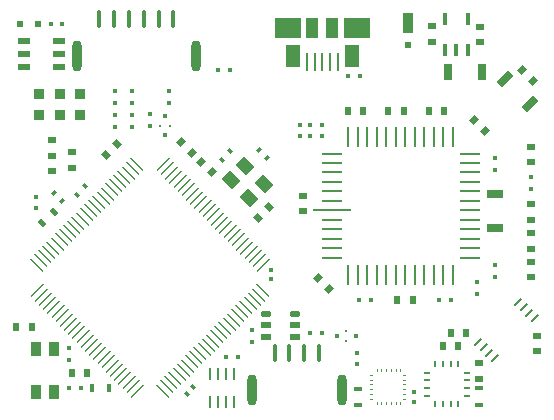
<source format=gtp>
%FSLAX44Y44*%
%MOMM*%
G71*
G01*
G75*
G04 Layer_Color=8421504*
G04:AMPARAMS|DCode=10|XSize=2.8194mm|YSize=1.016mm|CornerRadius=0.508mm|HoleSize=0mm|Usage=FLASHONLY|Rotation=90.000|XOffset=0mm|YOffset=0mm|HoleType=Round|Shape=RoundedRectangle|*
%AMROUNDEDRECTD10*
21,1,2.8194,0.0000,0,0,90.0*
21,1,1.8034,1.0160,0,0,90.0*
1,1,1.0160,0.0000,0.9017*
1,1,1.0160,0.0000,-0.9017*
1,1,1.0160,0.0000,-0.9017*
1,1,1.0160,0.0000,0.9017*
%
%ADD10ROUNDEDRECTD10*%
G04:AMPARAMS|DCode=11|XSize=0.6096mm|YSize=1.7018mm|CornerRadius=0.3048mm|HoleSize=0mm|Usage=FLASHONLY|Rotation=0.000|XOffset=0mm|YOffset=0mm|HoleType=Round|Shape=RoundedRectangle|*
%AMROUNDEDRECTD11*
21,1,0.6096,1.0922,0,0,0.0*
21,1,0.0000,1.7018,0,0,0.0*
1,1,0.6096,0.0000,-0.5461*
1,1,0.6096,0.0000,-0.5461*
1,1,0.6096,0.0000,0.5461*
1,1,0.6096,0.0000,0.5461*
%
%ADD11ROUNDEDRECTD11*%
G04:AMPARAMS|DCode=12|XSize=0.508mm|YSize=0.6096mm|CornerRadius=0mm|HoleSize=0mm|Usage=FLASHONLY|Rotation=45.000|XOffset=0mm|YOffset=0mm|HoleType=Round|Shape=Rectangle|*
%AMROTATEDRECTD12*
4,1,4,0.0359,-0.3951,-0.3951,0.0359,-0.0359,0.3951,0.3951,-0.0359,0.0359,-0.3951,0.0*
%
%ADD12ROTATEDRECTD12*%

G04:AMPARAMS|DCode=13|XSize=0.3mm|YSize=1.8mm|CornerRadius=0mm|HoleSize=0mm|Usage=FLASHONLY|Rotation=225.000|XOffset=0mm|YOffset=0mm|HoleType=Round|Shape=Round|*
%AMOVALD13*
21,1,1.5000,0.3000,0.0000,0.0000,315.0*
1,1,0.3000,-0.5303,0.5303*
1,1,0.3000,0.5303,-0.5303*
%
%ADD13OVALD13*%

G04:AMPARAMS|DCode=14|XSize=0.3mm|YSize=1.8mm|CornerRadius=0mm|HoleSize=0mm|Usage=FLASHONLY|Rotation=315.000|XOffset=0mm|YOffset=0mm|HoleType=Round|Shape=Round|*
%AMOVALD14*
21,1,1.5000,0.3000,0.0000,0.0000,45.0*
1,1,0.3000,-0.5303,-0.5303*
1,1,0.3000,0.5303,0.5303*
%
%ADD14OVALD14*%

%ADD15R,0.6096X0.5080*%
%ADD16R,0.5080X0.6096*%
G04:AMPARAMS|DCode=17|XSize=0.508mm|YSize=0.6096mm|CornerRadius=0.127mm|HoleSize=0mm|Usage=FLASHONLY|Rotation=225.000|XOffset=0mm|YOffset=0mm|HoleType=Round|Shape=RoundedRectangle|*
%AMROUNDEDRECTD17*
21,1,0.5080,0.3556,0,0,225.0*
21,1,0.2540,0.6096,0,0,225.0*
1,1,0.2540,-0.2155,0.0359*
1,1,0.2540,-0.0359,0.2155*
1,1,0.2540,0.2155,-0.0359*
1,1,0.2540,0.0359,-0.2155*
%
%ADD17ROUNDEDRECTD17*%
%ADD18R,0.4318X1.3208*%
G04:AMPARAMS|DCode=19|XSize=0.6096mm|YSize=0.9144mm|CornerRadius=0.1524mm|HoleSize=0mm|Usage=FLASHONLY|Rotation=270.000|XOffset=0mm|YOffset=0mm|HoleType=Round|Shape=RoundedRectangle|*
%AMROUNDEDRECTD19*
21,1,0.6096,0.6096,0,0,270.0*
21,1,0.3048,0.9144,0,0,270.0*
1,1,0.3048,-0.3048,-0.1524*
1,1,0.3048,-0.3048,0.1524*
1,1,0.3048,0.3048,0.1524*
1,1,0.3048,0.3048,-0.1524*
%
%ADD19ROUNDEDRECTD19*%
G04:AMPARAMS|DCode=20|XSize=0.508mm|YSize=0.6096mm|CornerRadius=0.127mm|HoleSize=0mm|Usage=FLASHONLY|Rotation=90.000|XOffset=0mm|YOffset=0mm|HoleType=Round|Shape=RoundedRectangle|*
%AMROUNDEDRECTD20*
21,1,0.5080,0.3556,0,0,90.0*
21,1,0.2540,0.6096,0,0,90.0*
1,1,0.2540,0.1778,0.1270*
1,1,0.2540,0.1778,-0.1270*
1,1,0.2540,-0.1778,-0.1270*
1,1,0.2540,-0.1778,0.1270*
%
%ADD20ROUNDEDRECTD20*%
G04:AMPARAMS|DCode=21|XSize=0.4572mm|YSize=0.2286mm|CornerRadius=0.0572mm|HoleSize=0mm|Usage=FLASHONLY|Rotation=180.000|XOffset=0mm|YOffset=0mm|HoleType=Round|Shape=RoundedRectangle|*
%AMROUNDEDRECTD21*
21,1,0.4572,0.1143,0,0,180.0*
21,1,0.3429,0.2286,0,0,180.0*
1,1,0.1143,-0.1714,0.0572*
1,1,0.1143,0.1714,0.0572*
1,1,0.1143,0.1714,-0.0572*
1,1,0.1143,-0.1714,-0.0572*
%
%ADD21ROUNDEDRECTD21*%
G04:AMPARAMS|DCode=22|XSize=0.4572mm|YSize=0.2286mm|CornerRadius=0.0572mm|HoleSize=0mm|Usage=FLASHONLY|Rotation=90.000|XOffset=0mm|YOffset=0mm|HoleType=Round|Shape=RoundedRectangle|*
%AMROUNDEDRECTD22*
21,1,0.4572,0.1143,0,0,90.0*
21,1,0.3429,0.2286,0,0,90.0*
1,1,0.1143,0.0572,0.1714*
1,1,0.1143,0.0572,-0.1714*
1,1,0.1143,-0.0572,-0.1714*
1,1,0.1143,-0.0572,0.1714*
%
%ADD22ROUNDEDRECTD22*%
%ADD23R,0.9144X1.6002*%
G04:AMPARAMS|DCode=24|XSize=0.9144mm|YSize=1.6002mm|CornerRadius=0mm|HoleSize=0mm|Usage=FLASHONLY|Rotation=315.000|XOffset=0mm|YOffset=0mm|HoleType=Round|Shape=Rectangle|*
%AMROTATEDRECTD24*
4,1,4,-0.8891,-0.2425,0.2425,0.8891,0.8891,0.2425,-0.2425,-0.8891,-0.8891,-0.2425,0.0*
%
%ADD24ROTATEDRECTD24*%

%ADD25R,0.4064X0.4064*%
%ADD26R,0.6096X0.6096*%
%ADD27R,0.4572X1.7018*%
%ADD28R,0.4064X0.4064*%
%ADD29R,0.6096X0.6096*%
G04:AMPARAMS|DCode=30|XSize=1.4224mm|YSize=1.2192mm|CornerRadius=0mm|HoleSize=0mm|Usage=FLASHONLY|Rotation=315.019|XOffset=0mm|YOffset=0mm|HoleType=Round|Shape=Rectangle|*
%AMROTATEDRECTD30*
4,1,4,-0.9340,0.0715,-0.0722,0.9339,0.9340,-0.0715,0.0722,-0.9339,-0.9340,0.0715,0.0*
%
%ADD30ROTATEDRECTD30*%

%ADD31R,0.8128X0.8128*%
%ADD32R,1.1176X2.0066*%
%ADD33R,0.9144X0.7112*%
G04:AMPARAMS|DCode=34|XSize=0.7112mm|YSize=0.9144mm|CornerRadius=0.1778mm|HoleSize=0mm|Usage=FLASHONLY|Rotation=90.000|XOffset=0mm|YOffset=0mm|HoleType=Round|Shape=RoundedRectangle|*
%AMROUNDEDRECTD34*
21,1,0.7112,0.5588,0,0,90.0*
21,1,0.3556,0.9144,0,0,90.0*
1,1,0.3556,0.2794,0.1778*
1,1,0.3556,0.2794,-0.1778*
1,1,0.3556,-0.2794,-0.1778*
1,1,0.3556,-0.2794,0.1778*
%
%ADD34ROUNDEDRECTD34*%
G04:AMPARAMS|DCode=35|XSize=0.508mm|YSize=0.6096mm|CornerRadius=0mm|HoleSize=0mm|Usage=FLASHONLY|Rotation=270.010|XOffset=0mm|YOffset=0mm|HoleType=Round|Shape=Rectangle|*
%AMROTATEDRECTD35*
4,1,4,-0.3048,0.2540,0.3048,0.2541,0.3048,-0.2540,-0.3048,-0.2541,-0.3048,0.2540,0.0*
%
%ADD35ROTATEDRECTD35*%

G04:AMPARAMS|DCode=36|XSize=0.4064mm|YSize=1.0414mm|CornerRadius=0mm|HoleSize=0mm|Usage=FLASHONLY|Rotation=135.009|XOffset=0mm|YOffset=0mm|HoleType=Round|Shape=Rectangle|*
%AMROTATEDRECTD36*
4,1,4,0.5118,0.2246,-0.2244,-0.5119,-0.5118,-0.2246,0.2244,0.5119,0.5118,0.2246,0.0*
%
%ADD36ROTATEDRECTD36*%

G04:AMPARAMS|DCode=37|XSize=0.7112mm|YSize=0.9144mm|CornerRadius=0mm|HoleSize=0mm|Usage=FLASHONLY|Rotation=0.002|XOffset=0mm|YOffset=0mm|HoleType=Round|Shape=Rectangle|*
%AMROTATEDRECTD37*
4,1,4,-0.3556,-0.4572,-0.3556,0.4572,0.3556,0.4572,0.3556,-0.4572,-0.3556,-0.4572,0.0*
%
%ADD37ROTATEDRECTD37*%

%ADD38P,1.1495X4X315.0*%
G04:AMPARAMS|DCode=39|XSize=0.6604mm|YSize=0.3048mm|CornerRadius=0mm|HoleSize=0mm|Usage=FLASHONLY|Rotation=270.002|XOffset=0mm|YOffset=0mm|HoleType=Round|Shape=Rectangle|*
%AMROTATEDRECTD39*
4,1,4,-0.1524,0.3302,0.1524,0.3302,0.1524,-0.3302,-0.1524,-0.3302,-0.1524,0.3302,0.0*
%
%ADD39ROTATEDRECTD39*%

G04:AMPARAMS|DCode=40|XSize=0.6604mm|YSize=0.3048mm|CornerRadius=0mm|HoleSize=0mm|Usage=FLASHONLY|Rotation=180.002|XOffset=0mm|YOffset=0mm|HoleType=Round|Shape=Rectangle|*
%AMROTATEDRECTD40*
4,1,4,0.3302,0.1524,0.3302,-0.1524,-0.3302,-0.1524,-0.3302,0.1524,0.3302,0.1524,0.0*
%
%ADD40ROTATEDRECTD40*%

G04:AMPARAMS|DCode=41|XSize=0.7112mm|YSize=1.016mm|CornerRadius=0mm|HoleSize=0mm|Usage=FLASHONLY|Rotation=90.010|XOffset=0mm|YOffset=0mm|HoleType=Round|Shape=Rectangle|*
%AMROTATEDRECTD41*
4,1,4,0.5081,-0.3555,-0.5079,-0.3557,-0.5081,0.3555,0.5079,0.3557,0.5081,-0.3555,0.0*
%
%ADD41ROTATEDRECTD41*%

G04:AMPARAMS|DCode=42|XSize=0.7112mm|YSize=1.016mm|CornerRadius=0.1778mm|HoleSize=0mm|Usage=FLASHONLY|Rotation=90.010|XOffset=0mm|YOffset=0mm|HoleType=Round|Shape=RoundedRectangle|*
%AMROUNDEDRECTD42*
21,1,0.7112,0.6604,0,0,90.0*
21,1,0.3556,1.0160,0,0,90.0*
1,1,0.3556,0.3302,0.1779*
1,1,0.3556,0.3302,-0.1777*
1,1,0.3556,-0.3302,-0.1779*
1,1,0.3556,-0.3302,0.1777*
%
%ADD42ROUNDEDRECTD42*%
%ADD43R,0.4318X2.0066*%
%ADD44R,2.0066X0.4318*%
%ADD45R,3.5052X0.4318*%
G04:AMPARAMS|DCode=46|XSize=0.7112mm|YSize=0.9144mm|CornerRadius=0mm|HoleSize=0mm|Usage=FLASHONLY|Rotation=135.009|XOffset=0mm|YOffset=0mm|HoleType=Round|Shape=Rectangle|*
%AMROTATEDRECTD46*
4,1,4,0.5747,0.0719,-0.0717,-0.5747,-0.5747,-0.0719,0.0717,0.5747,0.5747,0.0719,0.0*
%
%ADD46ROTATEDRECTD46*%

G04:AMPARAMS|DCode=47|XSize=0.508mm|YSize=0.6096mm|CornerRadius=0mm|HoleSize=0mm|Usage=FLASHONLY|Rotation=0.002|XOffset=0mm|YOffset=0mm|HoleType=Round|Shape=Rectangle|*
%AMROTATEDRECTD47*
4,1,4,-0.2540,-0.3048,-0.2540,0.3048,0.2540,0.3048,0.2540,-0.3048,-0.2540,-0.3048,0.0*
%
%ADD47ROTATEDRECTD47*%

G04:AMPARAMS|DCode=48|XSize=0.6096mm|YSize=0.9144mm|CornerRadius=0.1524mm|HoleSize=0mm|Usage=FLASHONLY|Rotation=180.000|XOffset=0mm|YOffset=0mm|HoleType=Round|Shape=RoundedRectangle|*
%AMROUNDEDRECTD48*
21,1,0.6096,0.6096,0,0,180.0*
21,1,0.3048,0.9144,0,0,180.0*
1,1,0.3048,-0.1524,0.3048*
1,1,0.3048,0.1524,0.3048*
1,1,0.3048,0.1524,-0.3048*
1,1,0.3048,-0.1524,-0.3048*
%
%ADD48ROUNDEDRECTD48*%
G04:AMPARAMS|DCode=49|XSize=0.6096mm|YSize=0.9144mm|CornerRadius=0.1524mm|HoleSize=0mm|Usage=FLASHONLY|Rotation=45.000|XOffset=0mm|YOffset=0mm|HoleType=Round|Shape=RoundedRectangle|*
%AMROUNDEDRECTD49*
21,1,0.6096,0.6096,0,0,45.0*
21,1,0.3048,0.9144,0,0,45.0*
1,1,0.3048,0.3233,-0.1078*
1,1,0.3048,0.1078,-0.3233*
1,1,0.3048,-0.3233,0.1078*
1,1,0.3048,-0.1078,0.3233*
%
%ADD49ROUNDEDRECTD49*%
G04:AMPARAMS|DCode=50|XSize=0.7112mm|YSize=0.9144mm|CornerRadius=0mm|HoleSize=0mm|Usage=FLASHONLY|Rotation=45.011|XOffset=0mm|YOffset=0mm|HoleType=Round|Shape=Rectangle|*
%AMROTATEDRECTD50*
4,1,4,0.0720,-0.5747,-0.5747,0.0717,-0.0720,0.5747,0.5747,-0.0717,0.0720,-0.5747,0.0*
%
%ADD50ROTATEDRECTD50*%

G04:AMPARAMS|DCode=51|XSize=0.7112mm|YSize=0.9144mm|CornerRadius=0mm|HoleSize=0mm|Usage=FLASHONLY|Rotation=0.010|XOffset=0mm|YOffset=0mm|HoleType=Round|Shape=Rectangle|*
%AMROTATEDRECTD51*
4,1,4,-0.3555,-0.4573,-0.3557,0.4571,0.3555,0.4573,0.3557,-0.4571,-0.3555,-0.4573,0.0*
%
%ADD51ROTATEDRECTD51*%

G04:AMPARAMS|DCode=52|XSize=1.4224mm|YSize=1.0668mm|CornerRadius=0mm|HoleSize=0mm|Usage=FLASHONLY|Rotation=270.010|XOffset=0mm|YOffset=0mm|HoleType=Round|Shape=Rectangle|*
%AMROTATEDRECTD52*
4,1,4,-0.5335,0.7111,0.5333,0.7113,0.5335,-0.7111,-0.5333,-0.7113,-0.5335,0.7111,0.0*
%
%ADD52ROTATEDRECTD52*%

G04:AMPARAMS|DCode=53|XSize=0.7112mm|YSize=0.9144mm|CornerRadius=0mm|HoleSize=0mm|Usage=FLASHONLY|Rotation=90.010|XOffset=0mm|YOffset=0mm|HoleType=Round|Shape=Rectangle|*
%AMROTATEDRECTD53*
4,1,4,0.4573,-0.3555,-0.4571,-0.3557,-0.4573,0.3555,0.4571,0.3557,0.4573,-0.3555,0.0*
%
%ADD53ROTATEDRECTD53*%

G04:AMPARAMS|DCode=54|XSize=0.508mm|YSize=0.6096mm|CornerRadius=0mm|HoleSize=0mm|Usage=FLASHONLY|Rotation=135.000|XOffset=0mm|YOffset=0mm|HoleType=Round|Shape=Rectangle|*
%AMROTATEDRECTD54*
4,1,4,0.3951,0.0359,-0.0359,-0.3951,-0.3951,-0.0359,0.0359,0.3951,0.3951,0.0359,0.0*
%
%ADD54ROTATEDRECTD54*%

G04:AMPARAMS|DCode=55|XSize=0.5588mm|YSize=1.2192mm|CornerRadius=0.1397mm|HoleSize=0mm|Usage=FLASHONLY|Rotation=0.002|XOffset=0mm|YOffset=0mm|HoleType=Round|Shape=RoundedRectangle|*
%AMROUNDEDRECTD55*
21,1,0.5588,0.9398,0,0,0.0*
21,1,0.2794,1.2192,0,0,0.0*
1,1,0.2794,0.1397,-0.4699*
1,1,0.2794,-0.1397,-0.4699*
1,1,0.2794,-0.1397,0.4699*
1,1,0.2794,0.1397,0.4699*
%
%ADD55ROUNDEDRECTD55*%
G04:AMPARAMS|DCode=56|XSize=0.5588mm|YSize=1.2192mm|CornerRadius=0mm|HoleSize=0mm|Usage=FLASHONLY|Rotation=0.002|XOffset=0mm|YOffset=0mm|HoleType=Round|Shape=Rectangle|*
%AMROTATEDRECTD56*
4,1,4,-0.2794,-0.6096,-0.2794,0.6096,0.2794,0.6096,0.2794,-0.6096,-0.2794,-0.6096,0.0*
%
%ADD56ROTATEDRECTD56*%

G04:AMPARAMS|DCode=57|XSize=0.508mm|YSize=0.6096mm|CornerRadius=0mm|HoleSize=0mm|Usage=FLASHONLY|Rotation=135.009|XOffset=0mm|YOffset=0mm|HoleType=Round|Shape=Rectangle|*
%AMROTATEDRECTD57*
4,1,4,0.3951,0.0360,-0.0359,-0.3951,-0.3951,-0.0360,0.0359,0.3951,0.3951,0.0360,0.0*
%
%ADD57ROTATEDRECTD57*%

%ADD58R,1.4986X2.1082*%
%ADD59R,2.3876X1.9050*%
%ADD60R,1.1938X1.9050*%
%ADD61R,1.0160X1.1176*%
%ADD62R,1.3208X0.7112*%
%ADD63R,1.6002X0.9144*%
%ADD64C,0.1270*%
%ADD65C,0.3000*%
%ADD66C,0.5000*%
%ADD67C,0.7000*%
%ADD68C,0.2540*%
%ADD69C,0.3810*%
%ADD70O,2.5400X7.0000*%
%ADD71C,1.5000*%
%ADD72R,1.5000X1.5000*%
%ADD73C,4.1148*%
%ADD74C,4.6863*%
%ADD75R,1.2192X1.2192*%
%ADD76C,1.2192*%
%ADD77C,3.0861*%
%ADD78C,2.0860*%
G04:AMPARAMS|DCode=79|XSize=1.5mm|YSize=1mm|CornerRadius=0.25mm|HoleSize=0mm|Usage=FLASHONLY|Rotation=180.000|XOffset=0mm|YOffset=0mm|HoleType=Round|Shape=RoundedRectangle|*
%AMROUNDEDRECTD79*
21,1,1.5000,0.5000,0,0,180.0*
21,1,1.0000,1.0000,0,0,180.0*
1,1,0.5000,-0.5000,0.2500*
1,1,0.5000,0.5000,0.2500*
1,1,0.5000,0.5000,-0.2500*
1,1,0.5000,-0.5000,-0.2500*
%
%ADD79ROUNDEDRECTD79*%
%ADD80C,0.4500*%
%ADD81O,3.0000X9.0000*%
%ADD82R,0.7366X2.5000*%
%ADD83R,0.7366X2.7940*%
G04:AMPARAMS|DCode=84|XSize=1.016mm|YSize=1.016mm|CornerRadius=0.508mm|HoleSize=0mm|Usage=FLASHONLY|Rotation=90.000|XOffset=0mm|YOffset=0mm|HoleType=Round|Shape=RoundedRectangle|*
%AMROUNDEDRECTD84*
21,1,1.0160,0.0000,0,0,90.0*
21,1,0.0000,1.0160,0,0,90.0*
1,1,1.0160,0.0000,0.0000*
1,1,1.0160,0.0000,0.0000*
1,1,1.0160,0.0000,0.0000*
1,1,1.0160,0.0000,0.0000*
%
%ADD84ROUNDEDRECTD84*%
G04:AMPARAMS|DCode=85|XSize=1.27mm|YSize=1.27mm|CornerRadius=0.635mm|HoleSize=0mm|Usage=FLASHONLY|Rotation=90.000|XOffset=0mm|YOffset=0mm|HoleType=Round|Shape=RoundedRectangle|*
%AMROUNDEDRECTD85*
21,1,1.2700,0.0000,0,0,90.0*
21,1,0.0000,1.2700,0,0,90.0*
1,1,1.2700,0.0000,0.0000*
1,1,1.2700,0.0000,0.0000*
1,1,1.2700,0.0000,0.0000*
1,1,1.2700,0.0000,0.0000*
%
%ADD85ROUNDEDRECTD85*%
%ADD86C,0.0127*%
%ADD87C,0.6000*%
%ADD88C,0.2500*%
%ADD89C,0.1016*%
%ADD90C,0.3048*%
%ADD91C,0.2032*%
%ADD92C,0.0000*%
%ADD93C,0.0130*%
%ADD94C,0.2000*%
%ADD95C,0.1524*%
%ADD96C,0.5080*%
%ADD97C,1.6002*%
%ADD98C,0.4064*%
%ADD99R,0.0124X0.0218*%
%ADD100R,0.0232X0.0193*%
%ADD101R,0.0122X0.1005*%
%ADD102R,0.0225X0.1053*%
%ADD103R,1.3257X0.0530*%
%ADD104R,0.0055X0.0608*%
%ADD105R,0.7226X0.1174*%
%ADD106R,0.0406X0.0331*%
%ADD107R,0.0126X0.0144*%
%ADD108R,0.0245X0.0060*%
%ADD109R,0.0323X0.0218*%
%ADD110R,0.0323X0.0207*%
%ADD111R,0.0082X0.0146*%
%ADD112R,0.0254X0.0212*%
%ADD113R,0.0044X0.0416*%
%ADD114R,0.0337X0.0459*%
%ADD115R,0.0049X0.0274*%
%ADD116R,0.0497X0.0384*%
%ADD117R,0.0472X0.0218*%
%ADD118R,0.0427X0.0300*%
%ADD119R,0.0572X0.0286*%
%ADD120R,0.0335X0.0872*%
%ADD121R,0.0398X0.0221*%
%ADD122R,0.0732X0.0568*%
%ADD123R,0.0288X0.0181*%
%ADD124R,0.0393X0.0104*%
%ADD125R,0.0484X0.0328*%
%ADD126R,0.0541X0.0809*%
%ADD127R,0.0479X0.0922*%
%ADD128R,0.0304X0.0082*%
%ADD129R,0.0294X0.1092*%
%ADD130R,0.0278X0.0228*%
%ADD131R,0.0168X0.0271*%
%ADD132R,0.0227X0.0739*%
%ADD133R,0.0521X0.0883*%
%ADD134R,0.0356X0.1063*%
%ADD135R,0.0039X0.0299*%
%ADD136R,0.0735X0.0567*%
%ADD137R,0.0876X0.0324*%
%ADD138R,0.1143X0.0771*%
%ADD139R,0.0019X0.0732*%
%ADD140R,0.0077X0.0288*%
%ADD141R,0.0432X0.0393*%
%ADD142R,0.0587X0.0587*%
%ADD143R,0.1174X0.0587*%
%ADD144R,0.7209X0.1174*%
%ADD145R,0.1154X0.0734*%
%ADD146R,0.1174X0.5264*%
%ADD147R,0.7193X0.1174*%
%ADD148R,0.1174X0.5264*%
G04:AMPARAMS|DCode=149|XSize=0.1524mm|YSize=0.6048mm|CornerRadius=0mm|HoleSize=0mm|Usage=FLASHONLY|Rotation=45.000|XOffset=0mm|YOffset=0mm|HoleType=Round|Shape=Rectangle|*
%AMROTATEDRECTD149*
4,1,4,0.1600,-0.2677,-0.2677,0.1600,-0.1600,0.2677,0.2677,-0.1600,0.1600,-0.2677,0.0*
%
%ADD149ROTATEDRECTD149*%

%ADD150R,0.6048X0.1524*%
%ADD151R,0.1524X0.6048*%
G04:AMPARAMS|DCode=152|XSize=0.1524mm|YSize=0.6048mm|CornerRadius=0mm|HoleSize=0mm|Usage=FLASHONLY|Rotation=270.010|XOffset=0mm|YOffset=0mm|HoleType=Round|Shape=Rectangle|*
%AMROTATEDRECTD152*
4,1,4,-0.3024,0.0762,0.3024,0.0763,0.3024,-0.0762,-0.3024,-0.0763,-0.3024,0.0762,0.0*
%
%ADD152ROTATEDRECTD152*%

G04:AMPARAMS|DCode=153|XSize=0.1524mm|YSize=0.6048mm|CornerRadius=0mm|HoleSize=0mm|Usage=FLASHONLY|Rotation=0.002|XOffset=0mm|YOffset=0mm|HoleType=Round|Shape=Rectangle|*
%AMROTATEDRECTD153*
4,1,4,-0.0762,-0.3024,-0.0762,0.3024,0.0762,0.3024,0.0762,-0.3024,-0.0762,-0.3024,0.0*
%
%ADD153ROTATEDRECTD153*%

%ADD154R,0.7112X0.4064*%
G04:AMPARAMS|DCode=155|XSize=0.1524mm|YSize=0.6048mm|CornerRadius=0mm|HoleSize=0mm|Usage=FLASHONLY|Rotation=135.000|XOffset=0mm|YOffset=0mm|HoleType=Round|Shape=Rectangle|*
%AMROTATEDRECTD155*
4,1,4,0.2677,0.1600,-0.1600,-0.2677,-0.2677,-0.1600,0.1600,0.2677,0.2677,0.1600,0.0*
%
%ADD155ROTATEDRECTD155*%

%ADD156R,0.7620X0.4572*%
G04:AMPARAMS|DCode=157|XSize=2.6162mm|YSize=0.8128mm|CornerRadius=0.4064mm|HoleSize=0mm|Usage=FLASHONLY|Rotation=90.000|XOffset=0mm|YOffset=0mm|HoleType=Round|Shape=RoundedRectangle|*
%AMROUNDEDRECTD157*
21,1,2.6162,0.0000,0,0,90.0*
21,1,1.8034,0.8128,0,0,90.0*
1,1,0.8128,0.0000,0.9017*
1,1,0.8128,0.0000,-0.9017*
1,1,0.8128,0.0000,-0.9017*
1,1,0.8128,0.0000,0.9017*
%
%ADD157ROUNDEDRECTD157*%
G04:AMPARAMS|DCode=158|XSize=0.4064mm|YSize=1.4986mm|CornerRadius=0.2032mm|HoleSize=0mm|Usage=FLASHONLY|Rotation=0.000|XOffset=0mm|YOffset=0mm|HoleType=Round|Shape=RoundedRectangle|*
%AMROUNDEDRECTD158*
21,1,0.4064,1.0922,0,0,0.0*
21,1,0.0000,1.4986,0,0,0.0*
1,1,0.4064,0.0000,-0.5461*
1,1,0.4064,0.0000,-0.5461*
1,1,0.4064,0.0000,0.5461*
1,1,0.4064,0.0000,0.5461*
%
%ADD158ROUNDEDRECTD158*%
G04:AMPARAMS|DCode=159|XSize=0.3048mm|YSize=0.4064mm|CornerRadius=0mm|HoleSize=0mm|Usage=FLASHONLY|Rotation=45.000|XOffset=0mm|YOffset=0mm|HoleType=Round|Shape=Rectangle|*
%AMROTATEDRECTD159*
4,1,4,0.0359,-0.2515,-0.2515,0.0359,-0.0359,0.2515,0.2515,-0.0359,0.0359,-0.2515,0.0*
%
%ADD159ROTATEDRECTD159*%

G04:AMPARAMS|DCode=160|XSize=0.0968mm|YSize=1.5968mm|CornerRadius=0mm|HoleSize=0mm|Usage=FLASHONLY|Rotation=225.000|XOffset=0mm|YOffset=0mm|HoleType=Round|Shape=Round|*
%AMOVALD160*
21,1,1.5000,0.0968,0.0000,0.0000,315.0*
1,1,0.0968,-0.5303,0.5303*
1,1,0.0968,0.5303,-0.5303*
%
%ADD160OVALD160*%

G04:AMPARAMS|DCode=161|XSize=0.0968mm|YSize=1.5968mm|CornerRadius=0mm|HoleSize=0mm|Usage=FLASHONLY|Rotation=315.000|XOffset=0mm|YOffset=0mm|HoleType=Round|Shape=Round|*
%AMOVALD161*
21,1,1.5000,0.0968,0.0000,0.0000,45.0*
1,1,0.0968,-0.5303,-0.5303*
1,1,0.0968,0.5303,0.5303*
%
%ADD161OVALD161*%

%ADD162R,0.4064X0.3048*%
%ADD163R,0.3048X0.4064*%
G04:AMPARAMS|DCode=164|XSize=0.3048mm|YSize=0.4064mm|CornerRadius=0.0254mm|HoleSize=0mm|Usage=FLASHONLY|Rotation=225.000|XOffset=0mm|YOffset=0mm|HoleType=Round|Shape=RoundedRectangle|*
%AMROUNDEDRECTD164*
21,1,0.3048,0.3556,0,0,225.0*
21,1,0.2540,0.4064,0,0,225.0*
1,1,0.0508,-0.2155,0.0359*
1,1,0.0508,-0.0359,0.2155*
1,1,0.0508,0.2155,-0.0359*
1,1,0.0508,0.0359,-0.2155*
%
%ADD164ROUNDEDRECTD164*%
%ADD165R,0.2286X1.1176*%
G04:AMPARAMS|DCode=166|XSize=0.4064mm|YSize=0.7112mm|CornerRadius=0.0508mm|HoleSize=0mm|Usage=FLASHONLY|Rotation=270.000|XOffset=0mm|YOffset=0mm|HoleType=Round|Shape=RoundedRectangle|*
%AMROUNDEDRECTD166*
21,1,0.4064,0.6096,0,0,270.0*
21,1,0.3048,0.7112,0,0,270.0*
1,1,0.1016,-0.3048,-0.1524*
1,1,0.1016,-0.3048,0.1524*
1,1,0.1016,0.3048,0.1524*
1,1,0.1016,0.3048,-0.1524*
%
%ADD166ROUNDEDRECTD166*%
G04:AMPARAMS|DCode=167|XSize=0.3048mm|YSize=0.4064mm|CornerRadius=0.0254mm|HoleSize=0mm|Usage=FLASHONLY|Rotation=90.000|XOffset=0mm|YOffset=0mm|HoleType=Round|Shape=RoundedRectangle|*
%AMROUNDEDRECTD167*
21,1,0.3048,0.3556,0,0,90.0*
21,1,0.2540,0.4064,0,0,90.0*
1,1,0.0508,0.1778,0.1270*
1,1,0.0508,0.1778,-0.1270*
1,1,0.0508,-0.1778,-0.1270*
1,1,0.0508,-0.1778,0.1270*
%
%ADD167ROUNDEDRECTD167*%
G04:AMPARAMS|DCode=168|XSize=0.254mm|YSize=0.0254mm|CornerRadius=0mm|HoleSize=0mm|Usage=FLASHONLY|Rotation=180.000|XOffset=0mm|YOffset=0mm|HoleType=Round|Shape=RoundedRectangle|*
%AMROUNDEDRECTD168*
21,1,0.2540,0.0254,0,0,180.0*
21,1,0.2540,0.0254,0,0,180.0*
1,1,0.0000,-0.1270,0.0127*
1,1,0.0000,0.1270,0.0127*
1,1,0.0000,0.1270,-0.0127*
1,1,0.0000,-0.1270,-0.0127*
%
%ADD168ROUNDEDRECTD168*%
G04:AMPARAMS|DCode=169|XSize=0.254mm|YSize=0.0254mm|CornerRadius=0mm|HoleSize=0mm|Usage=FLASHONLY|Rotation=90.000|XOffset=0mm|YOffset=0mm|HoleType=Round|Shape=RoundedRectangle|*
%AMROUNDEDRECTD169*
21,1,0.2540,0.0254,0,0,90.0*
21,1,0.2540,0.0254,0,0,90.0*
1,1,0.0000,0.0127,0.1270*
1,1,0.0000,0.0127,-0.1270*
1,1,0.0000,-0.0127,-0.1270*
1,1,0.0000,-0.0127,0.1270*
%
%ADD169ROUNDEDRECTD169*%
%ADD170R,0.7112X1.3970*%
G04:AMPARAMS|DCode=171|XSize=0.7112mm|YSize=1.397mm|CornerRadius=0mm|HoleSize=0mm|Usage=FLASHONLY|Rotation=315.000|XOffset=0mm|YOffset=0mm|HoleType=Round|Shape=Rectangle|*
%AMROTATEDRECTD171*
4,1,4,-0.7454,-0.2425,0.2425,0.7454,0.7454,0.2425,-0.2425,-0.7454,-0.7454,-0.2425,0.0*
%
%ADD171ROTATEDRECTD171*%

%ADD172R,0.2032X0.2032*%
%ADD173R,0.2540X1.4986*%
%ADD174R,0.2032X0.2032*%
G04:AMPARAMS|DCode=175|XSize=1.2192mm|YSize=1.016mm|CornerRadius=0mm|HoleSize=0mm|Usage=FLASHONLY|Rotation=315.019|XOffset=0mm|YOffset=0mm|HoleType=Round|Shape=Rectangle|*
%AMROTATEDRECTD175*
4,1,4,-0.7903,0.0716,-0.0721,0.7902,0.7903,-0.0716,0.0721,-0.7902,-0.7903,0.0716,0.0*
%
%ADD175ROTATEDRECTD175*%

%ADD176R,0.9144X1.8034*%
%ADD177R,0.7112X0.5080*%
G04:AMPARAMS|DCode=178|XSize=0.508mm|YSize=0.7112mm|CornerRadius=0.0762mm|HoleSize=0mm|Usage=FLASHONLY|Rotation=90.000|XOffset=0mm|YOffset=0mm|HoleType=Round|Shape=RoundedRectangle|*
%AMROUNDEDRECTD178*
21,1,0.5080,0.5588,0,0,90.0*
21,1,0.3556,0.7112,0,0,90.0*
1,1,0.1524,0.2794,0.1778*
1,1,0.1524,0.2794,-0.1778*
1,1,0.1524,-0.2794,-0.1778*
1,1,0.1524,-0.2794,0.1778*
%
%ADD178ROUNDEDRECTD178*%
G04:AMPARAMS|DCode=179|XSize=0.3048mm|YSize=0.4064mm|CornerRadius=0mm|HoleSize=0mm|Usage=FLASHONLY|Rotation=270.010|XOffset=0mm|YOffset=0mm|HoleType=Round|Shape=Rectangle|*
%AMROTATEDRECTD179*
4,1,4,-0.2032,0.1524,0.2032,0.1524,0.2032,-0.1524,-0.2032,-0.1524,-0.2032,0.1524,0.0*
%
%ADD179ROTATEDRECTD179*%

G04:AMPARAMS|DCode=180|XSize=0.2032mm|YSize=0.8382mm|CornerRadius=0mm|HoleSize=0mm|Usage=FLASHONLY|Rotation=135.009|XOffset=0mm|YOffset=0mm|HoleType=Round|Shape=Rectangle|*
%AMROTATEDRECTD180*
4,1,4,0.3682,0.2246,-0.2245,-0.3682,-0.3682,-0.2246,0.2245,0.3682,0.3682,0.2246,0.0*
%
%ADD180ROTATEDRECTD180*%

G04:AMPARAMS|DCode=181|XSize=0.508mm|YSize=0.7112mm|CornerRadius=0mm|HoleSize=0mm|Usage=FLASHONLY|Rotation=0.002|XOffset=0mm|YOffset=0mm|HoleType=Round|Shape=Rectangle|*
%AMROTATEDRECTD181*
4,1,4,-0.2540,-0.3556,-0.2540,0.3556,0.2540,0.3556,0.2540,-0.3556,-0.2540,-0.3556,0.0*
%
%ADD181ROTATEDRECTD181*%

G04:AMPARAMS|DCode=182|XSize=0.4572mm|YSize=0.1016mm|CornerRadius=0mm|HoleSize=0mm|Usage=FLASHONLY|Rotation=270.002|XOffset=0mm|YOffset=0mm|HoleType=Round|Shape=Rectangle|*
%AMROTATEDRECTD182*
4,1,4,-0.0508,0.2286,0.0508,0.2286,0.0508,-0.2286,-0.0508,-0.2286,-0.0508,0.2286,0.0*
%
%ADD182ROTATEDRECTD182*%

G04:AMPARAMS|DCode=183|XSize=0.4572mm|YSize=0.1016mm|CornerRadius=0mm|HoleSize=0mm|Usage=FLASHONLY|Rotation=180.002|XOffset=0mm|YOffset=0mm|HoleType=Round|Shape=Rectangle|*
%AMROTATEDRECTD183*
4,1,4,0.2286,0.0508,0.2286,-0.0508,-0.2286,-0.0508,-0.2286,0.0508,0.2286,0.0508,0.0*
%
%ADD183ROTATEDRECTD183*%

G04:AMPARAMS|DCode=184|XSize=0.508mm|YSize=0.8128mm|CornerRadius=0mm|HoleSize=0mm|Usage=FLASHONLY|Rotation=90.010|XOffset=0mm|YOffset=0mm|HoleType=Round|Shape=Rectangle|*
%AMROTATEDRECTD184*
4,1,4,0.4064,-0.2539,-0.4064,-0.2541,-0.4064,0.2539,0.4064,0.2541,0.4064,-0.2539,0.0*
%
%ADD184ROTATEDRECTD184*%

G04:AMPARAMS|DCode=185|XSize=0.508mm|YSize=0.8128mm|CornerRadius=0.0762mm|HoleSize=0mm|Usage=FLASHONLY|Rotation=90.010|XOffset=0mm|YOffset=0mm|HoleType=Round|Shape=RoundedRectangle|*
%AMROUNDEDRECTD185*
21,1,0.5080,0.6604,0,0,90.0*
21,1,0.3556,0.8128,0,0,90.0*
1,1,0.1524,0.3302,0.1779*
1,1,0.1524,0.3302,-0.1777*
1,1,0.1524,-0.3302,-0.1779*
1,1,0.1524,-0.3302,0.1777*
%
%ADD185ROUNDEDRECTD185*%
%ADD186R,0.2286X1.8034*%
%ADD187R,1.8034X0.2286*%
%ADD188R,3.3020X0.2286*%
G04:AMPARAMS|DCode=189|XSize=0.508mm|YSize=0.7112mm|CornerRadius=0mm|HoleSize=0mm|Usage=FLASHONLY|Rotation=135.009|XOffset=0mm|YOffset=0mm|HoleType=Round|Shape=Rectangle|*
%AMROTATEDRECTD189*
4,1,4,0.4310,0.0719,-0.0718,-0.4311,-0.4310,-0.0719,0.0718,0.4311,0.4310,0.0719,0.0*
%
%ADD189ROTATEDRECTD189*%

G04:AMPARAMS|DCode=190|XSize=0.3048mm|YSize=0.4064mm|CornerRadius=0mm|HoleSize=0mm|Usage=FLASHONLY|Rotation=0.002|XOffset=0mm|YOffset=0mm|HoleType=Round|Shape=Rectangle|*
%AMROTATEDRECTD190*
4,1,4,-0.1524,-0.2032,-0.1524,0.2032,0.1524,0.2032,0.1524,-0.2032,-0.1524,-0.2032,0.0*
%
%ADD190ROTATEDRECTD190*%

G04:AMPARAMS|DCode=191|XSize=0.4064mm|YSize=0.7112mm|CornerRadius=0.0508mm|HoleSize=0mm|Usage=FLASHONLY|Rotation=180.000|XOffset=0mm|YOffset=0mm|HoleType=Round|Shape=RoundedRectangle|*
%AMROUNDEDRECTD191*
21,1,0.4064,0.6096,0,0,180.0*
21,1,0.3048,0.7112,0,0,180.0*
1,1,0.1016,-0.1524,0.3048*
1,1,0.1016,0.1524,0.3048*
1,1,0.1016,0.1524,-0.3048*
1,1,0.1016,-0.1524,-0.3048*
%
%ADD191ROUNDEDRECTD191*%
G04:AMPARAMS|DCode=192|XSize=0.4064mm|YSize=0.7112mm|CornerRadius=0.0508mm|HoleSize=0mm|Usage=FLASHONLY|Rotation=45.000|XOffset=0mm|YOffset=0mm|HoleType=Round|Shape=RoundedRectangle|*
%AMROUNDEDRECTD192*
21,1,0.4064,0.6096,0,0,45.0*
21,1,0.3048,0.7112,0,0,45.0*
1,1,0.1016,0.3233,-0.1078*
1,1,0.1016,0.1078,-0.3233*
1,1,0.1016,-0.3233,0.1078*
1,1,0.1016,-0.1078,0.3233*
%
%ADD192ROUNDEDRECTD192*%
G04:AMPARAMS|DCode=193|XSize=0.508mm|YSize=0.7112mm|CornerRadius=0mm|HoleSize=0mm|Usage=FLASHONLY|Rotation=45.011|XOffset=0mm|YOffset=0mm|HoleType=Round|Shape=Rectangle|*
%AMROTATEDRECTD193*
4,1,4,0.0719,-0.4310,-0.4311,0.0718,-0.0719,0.4310,0.4311,-0.0718,0.0719,-0.4310,0.0*
%
%ADD193ROTATEDRECTD193*%

G04:AMPARAMS|DCode=194|XSize=0.508mm|YSize=0.7112mm|CornerRadius=0mm|HoleSize=0mm|Usage=FLASHONLY|Rotation=0.010|XOffset=0mm|YOffset=0mm|HoleType=Round|Shape=Rectangle|*
%AMROTATEDRECTD194*
4,1,4,-0.2539,-0.3556,-0.2541,0.3556,0.2539,0.3556,0.2541,-0.3556,-0.2539,-0.3556,0.0*
%
%ADD194ROTATEDRECTD194*%

G04:AMPARAMS|DCode=195|XSize=1.2192mm|YSize=0.8636mm|CornerRadius=0mm|HoleSize=0mm|Usage=FLASHONLY|Rotation=270.010|XOffset=0mm|YOffset=0mm|HoleType=Round|Shape=Rectangle|*
%AMROTATEDRECTD195*
4,1,4,-0.4319,0.6095,0.4317,0.6097,0.4319,-0.6095,-0.4317,-0.6097,-0.4319,0.6095,0.0*
%
%ADD195ROTATEDRECTD195*%

G04:AMPARAMS|DCode=196|XSize=0.508mm|YSize=0.7112mm|CornerRadius=0mm|HoleSize=0mm|Usage=FLASHONLY|Rotation=90.010|XOffset=0mm|YOffset=0mm|HoleType=Round|Shape=Rectangle|*
%AMROTATEDRECTD196*
4,1,4,0.3556,-0.2539,-0.3556,-0.2541,-0.3556,0.2539,0.3556,0.2541,0.3556,-0.2539,0.0*
%
%ADD196ROTATEDRECTD196*%

G04:AMPARAMS|DCode=197|XSize=0.3048mm|YSize=0.4064mm|CornerRadius=0mm|HoleSize=0mm|Usage=FLASHONLY|Rotation=135.000|XOffset=0mm|YOffset=0mm|HoleType=Round|Shape=Rectangle|*
%AMROTATEDRECTD197*
4,1,4,0.2515,0.0359,-0.0359,-0.2515,-0.2515,-0.0359,0.0359,0.2515,0.2515,0.0359,0.0*
%
%ADD197ROTATEDRECTD197*%

G04:AMPARAMS|DCode=198|XSize=0.3556mm|YSize=1.016mm|CornerRadius=0.0381mm|HoleSize=0mm|Usage=FLASHONLY|Rotation=0.002|XOffset=0mm|YOffset=0mm|HoleType=Round|Shape=RoundedRectangle|*
%AMROUNDEDRECTD198*
21,1,0.3556,0.9398,0,0,0.0*
21,1,0.2794,1.0160,0,0,0.0*
1,1,0.0762,0.1397,-0.4699*
1,1,0.0762,-0.1397,-0.4699*
1,1,0.0762,-0.1397,0.4699*
1,1,0.0762,0.1397,0.4699*
%
%ADD198ROUNDEDRECTD198*%
G04:AMPARAMS|DCode=199|XSize=0.3556mm|YSize=1.016mm|CornerRadius=0mm|HoleSize=0mm|Usage=FLASHONLY|Rotation=0.002|XOffset=0mm|YOffset=0mm|HoleType=Round|Shape=Rectangle|*
%AMROTATEDRECTD199*
4,1,4,-0.1778,-0.5080,-0.1778,0.5080,0.1778,0.5080,0.1778,-0.5080,-0.1778,-0.5080,0.0*
%
%ADD199ROTATEDRECTD199*%

G04:AMPARAMS|DCode=200|XSize=0.3048mm|YSize=0.4064mm|CornerRadius=0mm|HoleSize=0mm|Usage=FLASHONLY|Rotation=135.009|XOffset=0mm|YOffset=0mm|HoleType=Round|Shape=Rectangle|*
%AMROTATEDRECTD200*
4,1,4,0.2514,0.0360,-0.0359,-0.2515,-0.2514,-0.0360,0.0359,0.2515,0.2514,0.0360,0.0*
%
%ADD200ROTATEDRECTD200*%

%ADD201R,1.2954X1.9050*%
%ADD202R,2.1844X1.7018*%
%ADD203R,0.9906X1.7018*%
%ADD204R,0.8128X0.9144*%
%ADD205R,1.1176X0.5080*%
%ADD206R,1.3970X0.7112*%
D25*
X2369820Y692658D02*
D03*
Y676530D02*
D03*
D26*
X2575560Y752856D02*
D03*
X2247512Y771144D02*
D03*
X2262632Y771144D02*
D03*
D28*
X2515362Y506730D02*
D03*
X2531490Y506730D02*
D03*
D157*
X2294993Y743780D02*
D03*
X2396543D02*
D03*
X2443226Y460896D02*
D03*
X2519830Y460896D02*
D03*
D158*
X2314297Y775280D02*
D03*
X2326997D02*
D03*
X2339443D02*
D03*
X2352043D02*
D03*
X2364543D02*
D03*
X2377043D02*
D03*
X2462784Y492396D02*
D03*
X2475230D02*
D03*
X2487830D02*
D03*
X2500330D02*
D03*
D159*
X2302292Y633512D02*
D03*
X2295164Y626385D02*
D03*
X2418044Y655792D02*
D03*
X2425172Y662920D02*
D03*
D160*
X2452933Y545300D02*
D03*
X2449397Y541764D02*
D03*
X2445862Y538229D02*
D03*
X2442327Y534693D02*
D03*
X2438791Y531158D02*
D03*
X2435255Y527622D02*
D03*
X2431720Y524087D02*
D03*
X2428184Y520551D02*
D03*
X2424649Y517015D02*
D03*
X2421113Y513480D02*
D03*
X2417578Y509944D02*
D03*
X2414042Y506409D02*
D03*
X2410507Y502874D02*
D03*
X2406971Y499338D02*
D03*
X2403435Y495802D02*
D03*
X2399900Y492267D02*
D03*
X2396364Y488731D02*
D03*
X2392829Y485196D02*
D03*
X2389293Y481660D02*
D03*
X2385758Y478125D02*
D03*
X2382222Y474589D02*
D03*
X2378687Y471054D02*
D03*
X2375151Y467518D02*
D03*
X2371616Y463983D02*
D03*
X2368080Y460447D02*
D03*
X2261307Y567220D02*
D03*
X2264843Y570756D02*
D03*
X2268378Y574291D02*
D03*
X2271913Y577827D02*
D03*
X2275449Y581362D02*
D03*
X2278985Y584898D02*
D03*
X2282520Y588433D02*
D03*
X2286056Y591969D02*
D03*
X2289591Y595504D02*
D03*
X2293127Y599040D02*
D03*
X2296662Y602575D02*
D03*
X2300198Y606111D02*
D03*
X2303733Y609646D02*
D03*
X2307269Y613182D02*
D03*
X2310805Y616718D02*
D03*
X2314340Y620253D02*
D03*
X2317876Y623789D02*
D03*
X2321411Y627324D02*
D03*
X2324947Y630860D02*
D03*
X2328482Y634395D02*
D03*
X2332018Y637931D02*
D03*
X2335553Y641466D02*
D03*
X2339089Y645002D02*
D03*
X2342624Y648537D02*
D03*
X2346160Y652073D02*
D03*
D161*
X2346160Y460447D02*
D03*
X2342624Y463983D02*
D03*
X2339089Y467518D02*
D03*
X2335553Y471053D02*
D03*
X2332018Y474589D02*
D03*
X2328482Y478125D02*
D03*
X2324947Y481660D02*
D03*
X2321411Y485196D02*
D03*
X2317876Y488731D02*
D03*
X2314340Y492267D02*
D03*
X2310804Y495802D02*
D03*
X2307269Y499338D02*
D03*
X2303734Y502873D02*
D03*
X2300198Y506409D02*
D03*
X2296662Y509945D02*
D03*
X2293127Y513480D02*
D03*
X2289591Y517016D02*
D03*
X2286056Y520551D02*
D03*
X2282520Y524087D02*
D03*
X2278985Y527622D02*
D03*
X2275449Y531158D02*
D03*
X2271914Y534693D02*
D03*
X2268378Y538229D02*
D03*
X2264843Y541764D02*
D03*
X2261307Y545300D02*
D03*
X2368080Y652073D02*
D03*
X2371616Y648537D02*
D03*
X2375151Y645002D02*
D03*
X2378687Y641467D02*
D03*
X2382222Y637931D02*
D03*
X2385758Y634395D02*
D03*
X2389293Y630860D02*
D03*
X2392829Y627324D02*
D03*
X2396364Y623789D02*
D03*
X2399900Y620253D02*
D03*
X2403436Y616718D02*
D03*
X2406971Y613182D02*
D03*
X2410506Y609647D02*
D03*
X2414042Y606111D02*
D03*
X2417578Y602575D02*
D03*
X2421113Y599040D02*
D03*
X2424649Y595504D02*
D03*
X2428184Y591969D02*
D03*
X2431720Y588433D02*
D03*
X2435255Y584898D02*
D03*
X2438791Y581362D02*
D03*
X2442326Y577827D02*
D03*
X2445862Y574291D02*
D03*
X2449397Y570756D02*
D03*
X2452933Y567220D02*
D03*
D162*
X2288540Y486410D02*
D03*
Y496490D02*
D03*
X2443480Y511810D02*
D03*
Y501730D02*
D03*
X2532380Y492680D02*
D03*
Y482600D02*
D03*
X2357120Y694610D02*
D03*
Y684530D02*
D03*
X2341880Y693420D02*
D03*
Y683340D02*
D03*
X2327910Y693420D02*
D03*
Y683340D02*
D03*
X2503170Y685720D02*
D03*
X2503170Y675640D02*
D03*
X2493010Y685720D02*
D03*
X2493010Y675640D02*
D03*
X2327910Y703660D02*
D03*
Y713740D02*
D03*
X2341880Y703660D02*
D03*
Y713740D02*
D03*
X2373630D02*
D03*
Y703660D02*
D03*
X2484120Y685720D02*
D03*
X2484120Y675640D02*
D03*
X2260600Y624760D02*
D03*
Y614680D02*
D03*
D163*
X2298700Y462280D02*
D03*
X2288620D02*
D03*
X2432050Y488950D02*
D03*
X2421970D02*
D03*
X2414524Y731774D02*
D03*
X2424604D02*
D03*
X2524760Y726439D02*
D03*
X2534840Y726441D02*
D03*
X2283126Y770891D02*
D03*
X2273046Y770889D02*
D03*
X2502662Y509270D02*
D03*
X2492582D02*
D03*
D164*
X2393984Y463584D02*
D03*
X2388328Y457928D02*
D03*
D165*
X2408330Y474218D02*
D03*
X2414830D02*
D03*
X2421382D02*
D03*
X2427986D02*
D03*
Y450530D02*
D03*
X2421382D02*
D03*
X2414830D02*
D03*
X2408330D02*
D03*
D166*
X2635758Y462422D02*
D03*
Y448422D02*
D03*
X2533142Y447914D02*
D03*
Y461914D02*
D03*
D167*
X2581148Y451168D02*
D03*
Y459168D02*
D03*
X2459736Y554546D02*
D03*
Y562546D02*
D03*
D168*
X2545050Y472948D02*
D03*
Y468884D02*
D03*
Y464820D02*
D03*
Y460788D02*
D03*
Y456788D02*
D03*
Y452788D02*
D03*
X2573274D02*
D03*
Y456788D02*
D03*
Y460788D02*
D03*
Y464820D02*
D03*
Y468884D02*
D03*
Y472948D02*
D03*
D169*
X2549050Y448788D02*
D03*
X2553050D02*
D03*
X2557050D02*
D03*
X2561082D02*
D03*
X2565146D02*
D03*
X2569210D02*
D03*
Y477012D02*
D03*
X2565146D02*
D03*
X2561082D02*
D03*
X2557050D02*
D03*
X2553050D02*
D03*
X2549050D02*
D03*
D170*
X2609320Y730250D02*
D03*
X2638552D02*
D03*
D171*
X2658017Y723993D02*
D03*
X2678687Y703323D02*
D03*
D172*
X2365756Y684530D02*
D03*
X2373820D02*
D03*
D173*
X2503170Y738886D02*
D03*
X2509774D02*
D03*
X2496670D02*
D03*
X2490170D02*
D03*
X2516378D02*
D03*
D174*
X2523490Y502666D02*
D03*
Y510730D02*
D03*
D175*
X2441313Y623120D02*
D03*
X2425627Y638795D02*
D03*
X2453426Y635241D02*
D03*
X2437740Y650916D02*
D03*
D176*
X2575560Y771960D02*
D03*
D177*
X2596134Y768858D02*
D03*
X2291588Y662432D02*
D03*
Y649328D02*
D03*
X2486406Y625602D02*
D03*
Y612498D02*
D03*
X2679701Y556260D02*
D03*
X2679699Y569364D02*
D03*
X2679700Y618236D02*
D03*
Y605132D02*
D03*
X2679701Y580644D02*
D03*
X2679699Y593748D02*
D03*
X2635758Y483616D02*
D03*
Y470512D02*
D03*
X2679700Y667004D02*
D03*
Y653900D02*
D03*
X2274570Y672338D02*
D03*
Y659384D02*
D03*
Y646280D02*
D03*
X2637029Y755396D02*
D03*
X2637027Y768500D02*
D03*
D178*
X2596134Y755754D02*
D03*
D179*
X2679701Y630936D02*
D03*
X2679699Y641016D02*
D03*
X2649473Y657018D02*
D03*
X2649475Y646938D02*
D03*
Y557022D02*
D03*
X2649473Y567102D02*
D03*
X2634489Y542036D02*
D03*
X2634487Y552116D02*
D03*
D180*
X2648961Y487852D02*
D03*
X2644365Y492447D02*
D03*
X2639731Y497079D02*
D03*
X2635060Y501749D02*
D03*
X2669088Y535787D02*
D03*
X2673759Y531118D02*
D03*
X2678392Y526485D02*
D03*
X2682989Y521890D02*
D03*
D181*
X2625090Y509016D02*
D03*
X2611986Y509016D02*
D03*
X2618232Y497840D02*
D03*
X2605128Y497840D02*
D03*
X2566670Y537208D02*
D03*
X2579774Y537212D02*
D03*
X2606548Y697484D02*
D03*
X2593444Y697484D02*
D03*
X2537968Y697484D02*
D03*
X2524864Y697484D02*
D03*
X2572004Y697484D02*
D03*
X2558900Y697484D02*
D03*
X2290826Y474978D02*
D03*
X2303930Y474982D02*
D03*
D182*
X2598829Y482836D02*
D03*
X2605329Y482836D02*
D03*
X2611830Y482836D02*
D03*
X2618329Y482836D02*
D03*
X2618331Y448836D02*
D03*
X2611831Y448836D02*
D03*
X2605331Y448836D02*
D03*
X2598831Y448836D02*
D03*
D183*
X2625580Y475587D02*
D03*
X2625580Y469087D02*
D03*
X2625580Y462587D02*
D03*
X2625580Y456087D02*
D03*
X2591580Y456085D02*
D03*
X2591580Y462585D02*
D03*
X2591580Y469085D02*
D03*
X2591580Y475585D02*
D03*
D184*
X2455420Y506118D02*
D03*
X2455418Y515618D02*
D03*
X2479610Y515622D02*
D03*
X2479612Y506122D02*
D03*
D185*
X2455416Y525270D02*
D03*
X2479608Y525274D02*
D03*
D186*
X2525268Y675386D02*
D03*
X2533396D02*
D03*
X2541270D02*
D03*
X2549398D02*
D03*
X2557272D02*
D03*
X2565400D02*
D03*
X2573464D02*
D03*
X2581464D02*
D03*
X2589464D02*
D03*
X2597464D02*
D03*
X2605464D02*
D03*
X2613464D02*
D03*
Y558566D02*
D03*
X2605464D02*
D03*
X2597464D02*
D03*
X2589464D02*
D03*
X2581464D02*
D03*
X2573464D02*
D03*
X2565400D02*
D03*
X2557272D02*
D03*
X2549398D02*
D03*
X2541270D02*
D03*
X2533396D02*
D03*
X2525268D02*
D03*
D187*
X2627864Y661162D02*
D03*
Y653034D02*
D03*
Y645160D02*
D03*
Y637032D02*
D03*
Y629158D02*
D03*
Y621030D02*
D03*
Y612966D02*
D03*
Y604966D02*
D03*
Y596966D02*
D03*
Y588966D02*
D03*
Y580966D02*
D03*
Y572966D02*
D03*
X2511044Y661162D02*
D03*
Y653034D02*
D03*
Y645160D02*
D03*
Y637032D02*
D03*
Y629158D02*
D03*
Y621030D02*
D03*
Y572966D02*
D03*
Y580966D02*
D03*
Y588966D02*
D03*
Y596966D02*
D03*
Y604966D02*
D03*
D188*
Y612966D02*
D03*
D189*
X2631595Y689707D02*
D03*
X2640863Y680443D02*
D03*
X2400710Y654401D02*
D03*
X2409977Y645136D02*
D03*
X2393033Y661574D02*
D03*
X2383764Y670837D02*
D03*
X2509111Y546512D02*
D03*
X2499842Y555775D02*
D03*
X2681577Y722280D02*
D03*
X2672308Y731543D02*
D03*
D190*
X2534492Y537210D02*
D03*
X2544572Y537210D02*
D03*
X2602310Y537210D02*
D03*
X2612390Y537210D02*
D03*
D191*
X2322210Y462280D02*
D03*
X2308210D02*
D03*
D192*
X2265810Y602110D02*
D03*
X2275710Y612010D02*
D03*
D193*
X2458055Y615795D02*
D03*
X2448791Y606527D02*
D03*
X2329023Y668881D02*
D03*
X2319759Y659613D02*
D03*
D194*
X2257044Y514351D02*
D03*
X2243940Y514349D02*
D03*
D195*
X2275583Y495521D02*
D03*
X2275589Y459487D02*
D03*
X2260967Y495519D02*
D03*
X2260973Y459485D02*
D03*
D196*
X2684779Y506984D02*
D03*
X2684781Y493880D02*
D03*
D197*
X2282677Y620796D02*
D03*
X2275550Y627924D02*
D03*
D198*
X2607208Y775208D02*
D03*
D199*
X2626360Y775208D02*
D03*
X2626360Y748999D02*
D03*
X2616708Y748999D02*
D03*
X2607209Y748999D02*
D03*
D200*
X2449285Y664246D02*
D03*
X2456414Y657119D02*
D03*
D201*
X2528316Y743966D02*
D03*
X2478170D02*
D03*
D202*
X2532888Y767080D02*
D03*
X2473670D02*
D03*
D203*
X2494795D02*
D03*
X2511552D02*
D03*
D204*
X2263648Y711318D02*
D03*
Y694182D02*
D03*
X2280793Y711318D02*
D03*
Y694182D02*
D03*
X2297938Y711318D02*
D03*
Y694182D02*
D03*
D205*
X2250168Y756412D02*
D03*
Y745236D02*
D03*
Y734236D02*
D03*
X2279904Y734236D02*
D03*
Y745236D02*
D03*
Y756412D02*
D03*
D206*
X2649474Y597894D02*
D03*
Y627126D02*
D03*
M02*

</source>
